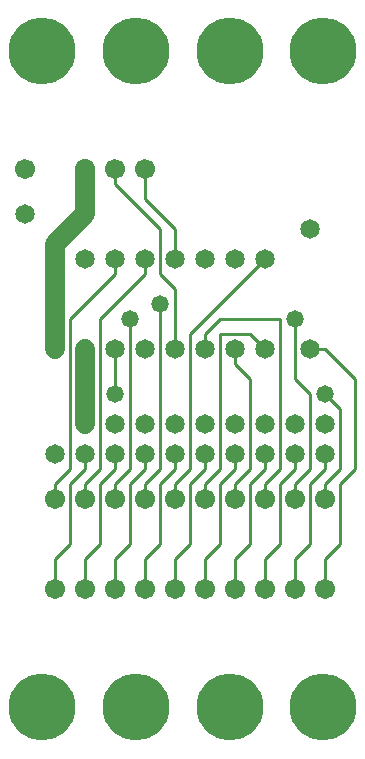
<source format=gtl>
%MOIN*%
%FSLAX25Y25*%
G04 D10 used for Character Trace; *
G04     Circle (OD=.01000) (No hole)*
G04 D11 used for Power Trace; *
G04     Circle (OD=.06700) (No hole)*
G04 D12 used for Signal Trace; *
G04     Circle (OD=.01100) (No hole)*
G04 D13 used for Via; *
G04     Circle (OD=.05800) (Round. Hole ID=.02800)*
G04 D14 used for Component hole; *
G04     Circle (OD=.06500) (Round. Hole ID=.03500)*
G04 D15 used for Component hole; *
G04     Circle (OD=.06700) (Round. Hole ID=.04300)*
G04 D16 used for Component hole; *
G04     Circle (OD=.08100) (Round. Hole ID=.05100)*
G04 D17 used for Component hole; *
G04     Circle (OD=.08900) (Round. Hole ID=.05900)*
G04 D18 used for Component hole; *
G04     Circle (OD=.11300) (Round. Hole ID=.08300)*
G04 D19 used for Component hole; *
G04     Circle (OD=.16000) (Round. Hole ID=.13000)*
G04 D20 used for Component hole; *
G04     Circle (OD=.18300) (Round. Hole ID=.15300)*
G04 D21 used for Component hole; *
G04     Circle (OD=.22291) (Round. Hole ID=.19291)*
%ADD10C,.01000*%
%ADD11C,.06700*%
%ADD12C,.01100*%
%ADD13C,.05800*%
%ADD14C,.06500*%
%ADD15C,.06700*%
%ADD16C,.08100*%
%ADD17C,.08900*%
%ADD18C,.11300*%
%ADD19C,.16000*%
%ADD20C,.18300*%
%ADD21C,.22291*%
%IPPOS*%
%LPD*%
G90*X0Y0D02*D21*X15625Y15625D03*X46875D03*D15*    
X50000Y55000D03*D12*Y65000D01*X55000Y70000D01*    
Y90000D01*X60000Y95000D01*Y100000D01*D14*D03*D12* 
Y90000D02*X65000Y95000D01*X60000Y85000D02*        
Y90000D01*D15*Y85000D03*D12*X65000Y70000D02*      
Y90000D01*X60000Y65000D02*X65000Y70000D01*        
X60000Y55000D02*Y65000D01*D15*Y55000D03*D12*      
X70000D02*Y65000D01*D15*Y55000D03*D12*X80000D02*  
Y65000D01*D15*Y55000D03*D12*X90000D02*Y65000D01*  
D15*Y55000D03*D12*X100000D02*Y65000D01*D15*       
Y55000D03*D12*X110000D02*Y65000D01*D15*Y55000D03* 
D12*X100000Y65000D02*X105000Y70000D01*Y90000D01*  
X110000Y95000D01*Y100000D01*D14*D03*D12*Y90000D02*
X115000Y95000D01*X110000Y85000D02*Y90000D01*D15*  
Y85000D03*D12*X115000Y70000D02*Y90000D01*         
X110000Y65000D02*X115000Y70000D01*X90000Y65000D02*
X95000Y70000D01*Y90000D01*X100000Y95000D01*       
Y100000D01*D14*D03*D12*Y90000D02*X105000Y95000D01*
X100000Y85000D02*Y90000D01*D15*Y85000D03*D12*     
X85000Y90000D02*X90000Y95000D01*X85000Y70000D02*  
Y90000D01*X80000Y65000D02*X85000Y70000D01*        
X70000Y65000D02*X75000Y70000D01*Y90000D01*        
X80000Y95000D01*Y100000D01*D14*D03*D12*Y90000D02* 
X85000Y95000D01*X80000Y85000D02*Y90000D01*D15*    
Y85000D03*D12*X90000Y95000D02*Y100000D01*D14*D03* 
D12*Y90000D02*X95000Y95000D01*X90000Y85000D02*    
Y90000D01*D15*Y85000D03*D12*X95000Y95000D02*      
Y145000D01*X75000D01*X70000Y140000D01*Y135000D01* 
D14*D03*D12*X75000Y95000D02*Y140000D01*           
X70000Y90000D02*X75000Y95000D01*X70000Y85000D02*  
Y90000D01*D15*Y85000D03*D12*X65000Y90000D02*      
X70000Y95000D01*Y100000D01*D14*D03*D12*           
X65000Y95000D02*Y140000D01*X90000Y165000D01*D14*  
D03*X80000D03*X105000Y175000D03*X70000Y165000D03* 
D13*X100000Y145000D03*D12*Y125000D01*             
X105000Y120000D01*Y95000D01*X115000Y90000D02*     
X120000Y95000D01*Y125000D01*X110000Y135000D01*    
X105000D01*D14*D03*X90000D03*D12*X85000Y140000D01*
X75000D01*D14*X80000Y135000D03*D12*Y130000D01*    
X85000Y125000D01*Y95000D01*D14*X100000Y110000D03* 
X70000D03*X90000D03*X80000D03*D13*                
X110000Y120000D03*D12*X115000Y115000D01*Y95000D01*
D14*X110000Y110000D03*X60000Y135000D03*D12*       
Y155000D01*X55000Y160000D01*Y175000D01*           
X40000Y190000D01*Y195000D01*D15*D03*D12*          
X60000Y175000D02*X50000Y185000D01*                
X60000Y165000D02*Y175000D01*D14*Y165000D03*       
X50000D03*D12*Y160000D01*X35000Y145000D01*        
Y95000D01*X30000Y90000D01*Y85000D01*D15*D03*D12*  
X35000Y70000D02*Y90000D01*X30000Y65000D02*        
X35000Y70000D01*X30000Y55000D02*Y65000D01*D15*    
Y55000D03*D12*X40000D02*Y65000D01*D15*Y55000D03*  
D12*Y65000D02*X45000Y70000D01*Y90000D01*          
X50000Y95000D01*Y100000D01*D14*D03*D12*Y90000D02* 
X55000Y95000D01*X50000Y85000D02*Y90000D01*D15*    
Y85000D03*D12*X35000Y90000D02*X40000Y95000D01*D15*
Y85000D03*D12*Y90000D01*X45000Y95000D01*          
Y145000D01*D13*D03*D14*X40000Y135000D03*D12*      
Y120000D01*D13*D03*D14*X50000Y110000D03*X30000D03*
D11*Y135000D01*D14*D03*D13*X20000D03*D11*         
Y170000D01*X30000Y180000D01*D14*D03*D11*          
Y195000D01*D15*D03*D12*X50000Y185000D02*          
Y195000D01*D15*D03*D14*X30000Y165000D03*X40000D03*
D12*Y160000D01*X25000Y145000D01*Y95000D01*        
X20000Y90000D01*Y85000D01*D15*D03*D12*            
X25000Y70000D02*Y90000D01*X20000Y65000D02*        
X25000Y70000D01*X20000Y55000D02*Y65000D01*D15*    
Y55000D03*D12*X25000Y90000D02*X30000Y95000D01*    
Y100000D01*D14*D03*X40000Y110000D03*D12*Y95000D02*
Y100000D01*D14*D03*D12*X55000Y95000D02*Y150000D01*
D13*D03*D14*X50000Y135000D03*X60000Y110000D03*D15*
X10000Y195000D03*D14*Y180000D03*X20000Y100000D03* 
D21*X109375Y234375D03*X78125D03*X46875D03*        
X15625D03*X78125Y15625D03*X109375D03*M02*         

</source>
